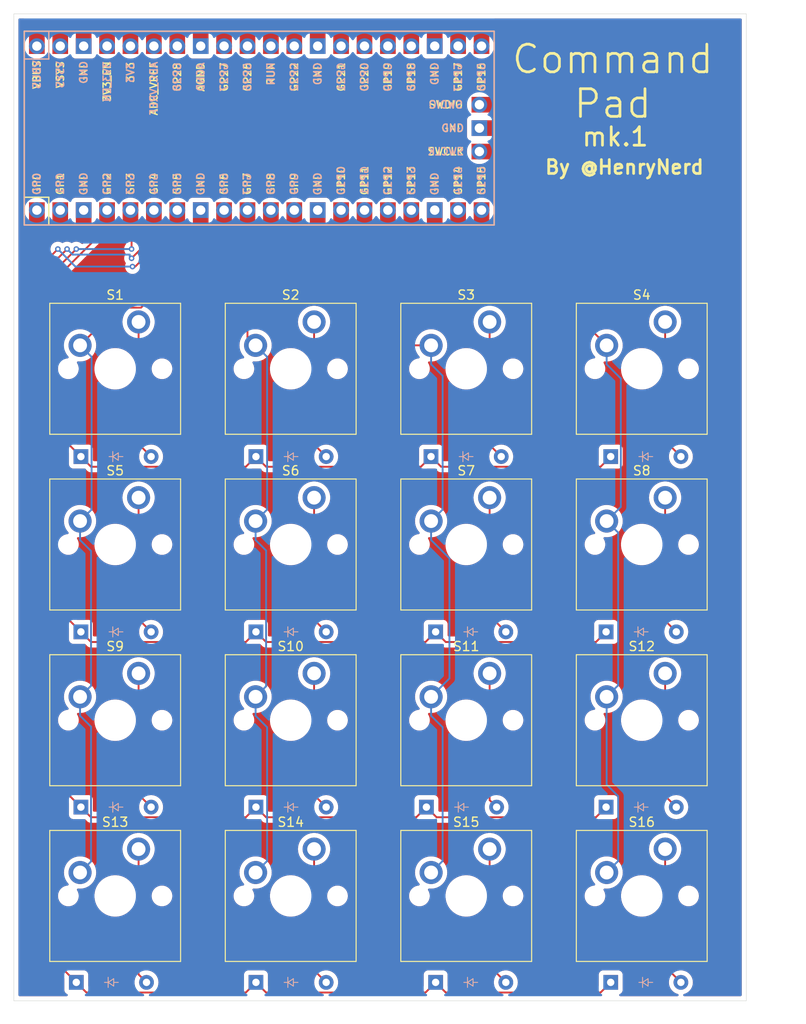
<source format=kicad_pcb>
(kicad_pcb (version 20240108) (generator "pcbnew") (generator_version "8.0")
  (layers (0 "F.Cu" signal) (31 "B.Cu" signal) (34 "B.Paste" user) (35 "F.Paste" user) (36 "B.SilkS" user "B.Silkscreen") (37 "F.SilkS" user "F.Silkscreen") (38 "B.Mask" user) (39 "F.Mask" user) (44 "Edge.Cuts" user))
  (net 0 "")
  (net 1 "Net-(D1-A)")
  (net 2 "Row 0")
  (net 3 "Net-(D2-A)")
  (net 4 "Net-(D3-A)")
  (net 5 "Net-(D4-A)")
  (net 6 "Net-(D5-A)")
  (net 7 "Row 1")
  (net 8 "Net-(D6-A)")
  (net 9 "Net-(D7-A)")
  (net 10 "Net-(D8-A)")
  (net 11 "Net-(D9-A)")
  (net 12 "Row 2")
  (net 13 "Net-(D10-A)")
  (net 14 "Net-(D11-A)")
  (net 15 "Net-(D12-A)")
  (net 16 "Net-(D13-A)")
  (net 17 "Row 3")
  (net 18 "Net-(D14-A)")
  (net 19 "Net-(D15-A)")
  (net 20 "Net-(D16-A)")
  (net 21 "Column 0")
  (net 22 "Column 1")
  (net 23 "Column 2")
  (net 24 "Column 3")
  (footprint "ScottoKeebs_MX:MX_PCB_1.00u" (layer "F.Cu") (at 89.6 79.53)
    (property "Reference" "S7" (at 0 -8 0) (layer "F.SilkS"))
    (property "Value" "Keyswitch")
    (pad "" np_thru_hole circle (at -5.08 0) (size 1.75 1.75) (drill 1.75) (layers "*.Cu" "*.Mask"))
    (pad "" np_thru_hole circle (at 0 0) (size 4 4) (drill 4) (layers "*.Cu" "*.Mask"))
    (pad "" np_thru_hole circle (at 5.08 0) (size 1.75 1.75) (drill 1.75) (layers "*.Cu" "*.Mask"))
    (pad "1" thru_hole circle (at -3.81 -2.54) (size 2.5 2.5) (drill 1.5) (layers "*.Cu" "*.Mask") (net 23 "Column 2"))
    (pad "2" thru_hole circle (at 2.54 -5.08) (size 2.5 2.5) (drill 1.5) (layers "*.Cu" "*.Mask") (net 9 "Net-(D7-A)"))
  )
  (footprint "ScottoKeebs_MX:MX_PCB_1.00u" (layer "F.Cu") (at 108.65 117.63)
    (property "Reference" "S16" (at 0 -8 0) (layer "F.SilkS"))
    (property "Value" "Keyswitch")
    (pad "" np_thru_hole circle (at -5.08 0) (size 1.75 1.75) (drill 1.75) (layers "*.Cu" "*.Mask"))
    (pad "" np_thru_hole circle (at 0 0) (size 4 4) (drill 4) (layers "*.Cu" "*.Mask"))
    (pad "" np_thru_hole circle (at 5.08 0) (size 1.75 1.75) (drill 1.75) (layers "*.Cu" "*.Mask"))
    (pad "1" thru_hole circle (at -3.81 -2.54) (size 2.5 2.5) (drill 1.5) (layers "*.Cu" "*.Mask") (net 24 "Column 3"))
    (pad "2" thru_hole circle (at 2.54 -5.08) (size 2.5 2.5) (drill 1.5) (layers "*.Cu" "*.Mask") (net 20 "Net-(D16-A)"))
  )
  (footprint "ScottoKeebs_MX:MX_PCB_1.00u" (layer "F.Cu") (at 70.55 117.63)
    (property "Reference" "S14" (at 0 -8 0) (layer "F.SilkS"))
    (property "Value" "Keyswitch")
    (pad "" np_thru_hole circle (at -5.08 0) (size 1.75 1.75) (drill 1.75) (layers "*.Cu" "*.Mask"))
    (pad "" np_thru_hole circle (at 0 0) (size 4 4) (drill 4) (layers "*.Cu" "*.Mask"))
    (pad "" np_thru_hole circle (at 5.08 0) (size 1.75 1.75) (drill 1.75) (layers "*.Cu" "*.Mask"))
    (pad "1" thru_hole circle (at -3.81 -2.54) (size 2.5 2.5) (drill 1.5) (layers "*.Cu" "*.Mask") (net 22 "Column 1"))
    (pad "2" thru_hole circle (at 2.54 -5.08) (size 2.5 2.5) (drill 1.5) (layers "*.Cu" "*.Mask") (net 18 "Net-(D14-A)"))
  )
  (footprint "ScottoKeebs_MX:MX_PCB_1.00u" (layer "F.Cu") (at 51.5 117.63)
    (property "Reference" "S13" (at 0 -8 0) (layer "F.SilkS"))
    (property "Value" "Keyswitch")
    (pad "" np_thru_hole circle (at -5.08 0) (size 1.75 1.75) (drill 1.75) (layers "*.Cu" "*.Mask"))
    (pad "" np_thru_hole circle (at 0 0) (size 4 4) (drill 4) (layers "*.Cu" "*.Mask"))
    (pad "" np_thru_hole circle (at 5.08 0) (size 1.75 1.75) (drill 1.75) (layers "*.Cu" "*.Mask"))
    (pad "1" thru_hole circle (at -3.81 -2.54) (size 2.5 2.5) (drill 1.5) (layers "*.Cu" "*.Mask") (net 21 "Column 0"))
    (pad "2" thru_hole circle (at 2.54 -5.08) (size 2.5 2.5) (drill 1.5) (layers "*.Cu" "*.Mask") (net 16 "Net-(D13-A)"))
  )
  (footprint "ScottoKeebs_MX:MX_PCB_1.00u" (layer "F.Cu") (at 51.5 60.48)
    (property "Reference" "S1" (at 0 -8 0) (layer "F.SilkS"))
    (property "Value" "Keyswitch")
    (pad "" np_thru_hole circle (at -5.08 0) (size 1.75 1.75) (drill 1.75) (layers "*.Cu" "*.Mask"))
    (pad "" np_thru_hole circle (at 0 0) (size 4 4) (drill 4) (layers "*.Cu" "*.Mask"))
    (pad "" np_thru_hole circle (at 5.08 0) (size 1.75 1.75) (drill 1.75) (layers "*.Cu" "*.Mask"))
    (pad "1" thru_hole circle (at -3.81 -2.54) (size 2.5 2.5) (drill 1.5) (layers "*.Cu" "*.Mask") (net 21 "Column 0"))
    (pad "2" thru_hole circle (at 2.54 -5.08) (size 2.5 2.5) (drill 1.5) (layers "*.Cu" "*.Mask") (net 1 "Net-(D1-A)"))
  )
  (footprint "ScottoKeebs_MX:MX_PCB_1.00u" (layer "F.Cu") (at 70.55 60.48)
    (property "Reference" "S2" (at 0 -8 0) (layer "F.SilkS"))
    (property "Value" "Keyswitch")
    (pad "" np_thru_hole circle (at -5.08 0) (size 1.75 1.75) (drill 1.75) (layers "*.Cu" "*.Mask"))
    (pad "" np_thru_hole circle (at 0 0) (size 4 4) (drill 4) (layers "*.Cu" "*.Mask"))
    (pad "" np_thru_hole circle (at 5.08 0) (size 1.75 1.75) (drill 1.75) (layers "*.Cu" "*.Mask"))
    (pad "1" thru_hole circle (at -3.81 -2.54) (size 2.5 2.5) (drill 1.5) (layers "*.Cu" "*.Mask") (net 22 "Column 1"))
    (pad "2" thru_hole circle (at 2.54 -5.08) (size 2.5 2.5) (drill 1.5) (layers "*.Cu" "*.Mask") (net 3 "Net-(D2-A)"))
  )
  (footprint "ScottoKeebs_MX:MX_PCB_1.00u" (layer "F.Cu") (at 89.6 117.63)
    (property "Reference" "S15" (at 0 -8 0) (layer "F.SilkS"))
    (property "Value" "Keyswitch")
    (pad "" np_thru_hole circle (at -5.08 0) (size 1.75 1.75) (drill 1.75) (layers "*.Cu" "*.Mask"))
    (pad "" np_thru_hole circle (at 0 0) (size 4 4) (drill 4) (layers "*.Cu" "*.Mask"))
    (pad "" np_thru_hole circle (at 5.08 0) (size 1.75 1.75) (drill 1.75) (layers "*.Cu" "*.Mask"))
    (pad "1" thru_hole circle (at -3.81 -2.54) (size 2.5 2.5) (drill 1.5) (layers "*.Cu" "*.Mask") (net 23 "Column 2"))
    (pad "2" thru_hole circle (at 2.54 -5.08) (size 2.5 2.5) (drill 1.5) (layers "*.Cu" "*.Mask") (net 19 "Net-(D15-A)"))
  )
  (footprint "ScottoKeebs_MX:MX_PCB_1.00u" (layer "F.Cu") (at 108.65 60.48)
    (property "Reference" "S4" (at 0 -8 0) (layer "F.SilkS"))
    (property "Value" "Keyswitch")
    (pad "" np_thru_hole circle (at -5.08 0) (size 1.75 1.75) (drill 1.75) (layers "*.Cu" "*.Mask"))
    (pad "" np_thru_hole circle (at 0 0) (size 4 4) (drill 4) (layers "*.Cu" "*.Mask"))
    (pad "" np_thru_hole circle (at 5.08 0) (size 1.75 1.75) (drill 1.75) (layers "*.Cu" "*.Mask"))
    (pad "1" thru_hole circle (at -3.81 -2.54) (size 2.5 2.5) (drill 1.5) (layers "*.Cu" "*.Mask") (net 24 "Column 3"))
    (pad "2" thru_hole circle (at 2.54 -5.08) (size 2.5 2.5) (drill 1.5) (layers "*.Cu" "*.Mask") (net 5 "Net-(D4-A)"))
  )
  (footprint "ScottoKeebs_MX:MX_PCB_1.00u" (layer "F.Cu") (at 51.5 98.58)
    (property "Reference" "S9" (at 0 -8 0) (layer "F.SilkS"))
    (property "Value" "Keyswitch")
    (pad "" np_thru_hole circle (at -5.08 0) (size 1.75 1.75) (drill 1.75) (layers "*.Cu" "*.Mask"))
    (pad "" np_thru_hole circle (at 0 0) (size 4 4) (drill 4) (layers "*.Cu" "*.Mask"))
    (pad "" np_thru_hole circle (at 5.08 0) (size 1.75 1.75) (drill 1.75) (layers "*.Cu" "*.Mask"))
    (pad "1" thru_hole circle (at -3.81 -2.54) (size 2.5 2.5) (drill 1.5) (layers "*.Cu" "*.Mask") (net 21 "Column 0"))
    (pad "2" thru_hole circle (at 2.54 -5.08) (size 2.5 2.5) (drill 1.5) (layers "*.Cu" "*.Mask") (net 11 "Net-(D9-A)"))
  )
  (footprint "ScottoKeebs_MX:MX_PCB_1.00u" (layer "F.Cu") (at 108.65 79.53)
    (property "Reference" "S8" (at 0 -8 0) (layer "F.SilkS"))
    (property "Value" "Keyswitch")
    (pad "" np_thru_hole circle (at -5.08 0) (size 1.75 1.75) (drill 1.75) (layers "*.Cu" "*.Mask"))
    (pad "" np_thru_hole circle (at 0 0) (size 4 4) (drill 4) (layers "*.Cu" "*.Mask"))
    (pad "" np_thru_hole circle (at 5.08 0) (size 1.75 1.75) (drill 1.75) (layers "*.Cu" "*.Mask"))
    (pad "1" thru_hole circle (at -3.81 -2.54) (size 2.5 2.5) (drill 1.5) (layers "*.Cu" "*.Mask") (net 24 "Column 3"))
    (pad "2" thru_hole circle (at 2.54 -5.08) (size 2.5 2.5) (drill 1.5) (layers "*.Cu" "*.Mask") (net 10 "Net-(D8-A)"))
  )
  (footprint "ScottoKeebs_MCU:Raspberry_Pi_Pico" (layer "F.Cu") (at 67.13 34.39 90)
    (property "Reference" "U1" (hide yes))
    (property "Value" "Raspberry_Pi_Pico" (hide yes))
    (fp_text user "3V3_EN" (at 5.04 -16.51 90) (layer "B.SilkS") (effects (font (size 0.8 0.8)) (justify mirror)))
    (fp_text user "GP19" (at 5.54 13.97 90) (layer "B.SilkS") (effects (font (size 0.8 0.8)) (justify mirror)))
    (fp_text user "GND" (at -6.04 -6.35 90) (layer "B.SilkS") (effects (font (size 0.8 0.8)) (justify mirror)))
    (fp_text user "VBUS" (at 5.79 -24.13 90) (layer "B.SilkS") (effects (font (size 0.8 0.8)) (justify mirror)))
    (fp_text user "GND" (at -6.04 -19.05 90) (layer "B.SilkS") (effects (font (size 0.8 0.8)) (justify mirror)))
    (fp_text user "GND" (at -6.04 6.35 90) (layer "B.SilkS") (effects (font (size 0.8 0.8)) (justify mirror)))
    (fp_text user "GP27" (at 5.54 -3.8 90) (layer "B.SilkS") (effects (font (size 0.8 0.8)) (justify mirror)))
    (fp_text user "SWCLK" (at -2.54 20.25 360) (layer "B.SilkS") (effects (font (size 0.8 0.8)) (justify mirror)))
    (fp_text user "GP3" (at -6.04 -13.97 90) (layer "B.SilkS") (effects (font (size 0.8 0.8)) (justify mirror)))
    (fp_text user "GP15" (at -5.69 24.13 90) (layer "B.SilkS") (effects (font (size 0.8 0.8)) (justify mirror)))
    (fp_text user "GND" (at 5.89 19.05 90) (layer "B.SilkS") (effects (font (size 0.8 0.8)) (justify mirror)))
    (fp_text user "AGND" (at 5.54 -6.35 90) (layer "B.SilkS") (effects (font (size 0.8 0.8)) (justify mirror)))
    (fp_text user "GP16" (at 5.54 24.13 90) (layer "B.SilkS") (effects (font (size 0.8 0.8)) (justify mirror)))
    (fp_text user "SWDIO" (at 2.54 20.25 360) (layer "B.SilkS") (effects (font (size 0.8 0.8)) (justify mirror)))
    (fp_text user "GP22" (at 5.54 3.81 90) (layer "B.SilkS") (effects (font (size 0.8 0.8)) (justify mirror)))
    (fp_text user "GP12" (at -5.69 13.97 90) (layer "B.SilkS") (effects (font (size 0.8 0.8)) (justify mirror)))
    (fp_text user "GND" (at 6.04 -19.05 90) (layer "B.SilkS") (effects (font (size 0.8 0.8)) (justify mirror)))
    (fp_text user "RUN" (at 5.89 1.27 90) (layer "B.SilkS") (effects (font (size 0.8 0.8)) (justify mirror)))
    (fp_text user "GP13" (at -5.69 16.51 90) (layer "B.SilkS") (effects (font (size 0.8 0.8)) (justify mirror)))
    (fp_text user "GP11" (at -5.69 11.43 90) (layer "B.SilkS") (effects (font (size 0.8 0.8)) (justify mirror)))
    (fp_text user "GP28" (at 5.54 -8.89 90) (layer "B.SilkS") (effects (font (size 0.8 0.8)) (justify mirror)))
    (fp_text user "GND" (at 5.89 6.35 90) (layer "B.SilkS") (effects (font (size 0.8 0.8)) (justify mirror)))
    (fp_text user "GP8" (at -6.04 1.27 90) (layer "B.SilkS") (effects (font (size 0.8 0.8)) (justify mirror)))
    (fp_text user "VSYS" (at 5.79 -21.59 90) (layer "B.SilkS") (effects (font (size 0.8 0.8)) (justify mirror)))
    (fp_text user "GND" (at -6.04 19.05 90) (layer "B.SilkS") (effects (font (size 0.8 0.8)) (justify mirror)))
    (fp_text user "GP21" (at 5.54 8.9 90) (layer "B.SilkS") (effects (font (size 0.8 0.8)) (justify mirror)))
    (fp_text user "GP0" (at -6.04 -24.13 90) (layer "B.SilkS") (effects (font (size 0.8 0.8)) (justify mirror)))
    (fp_text user "GP20" (at 5.54 11.43 90) (layer "B.SilkS") (effects (font (size 0.8 0.8)) (justify mirror)))
    (fp_text user "GP17" (at 5.54 21.59 90) (layer "B.SilkS") (effects (font (size 0.8 0.8)) (justify mirror)))
    (fp_text user "GP10" (at -5.69 8.89 90) (layer "B.SilkS") (effects (font (size 0.8 0.8)) (justify mirror)))
    (fp_text user "GP1" (at -6.04 -21.6 90) (layer "B.SilkS") (effects (font (size 0.8 0.8)) (justify mirror)))
    (fp_text user "GP9" (at -6.04 3.81 90) (layer "B.SilkS") (effects (font (size 0.8 0.8)) (justify mirror)))
    (fp_text user "GP5" (at -6.04 -8.89 90) (layer "B.SilkS") (effects (font (size 0.8 0.8)) (justify mirror)))
    (fp_text user "GP26" (at 5.54 -1.27 90) (layer "B.SilkS") (effects (font (size 0.8 0.8)) (justify mirror)))
    (fp_text user "GP6" (at -6.04 -3.81 90) (layer "B.SilkS") (effects (font (size 0.8 0.8)) (justify mirror)))
    (fp_text user "GND" (at 0 21 360) (layer "B.SilkS") (effects (font (size 0.8 0.8)) (justify mirror)))
    (fp_text user "3V3" (at 6.04 -13.97 90) (layer "B.SilkS") (effects (font (size 0.8 0.8)) (justify mirror)))
    (fp_text user "ADC_VREF" (at 4.29 -11.43 90) (layer "B.SilkS") (effects (font (size 0.8 0.8)) (justify mirror)))
    (fp_text user "GP14" (at -5.69 21.59 90) (layer "B.SilkS") (effects (font (size 0.8 0.8)) (justify mirror)))
    (fp_text user "GP18" (at 5.54 16.51 90) (layer "B.SilkS") (effects (font (size 0.8 0.8)) (justify mirror)))
    (fp_text user "GP7" (at -6.04 -1.3 90) (layer "B.SilkS") (effects (font (size 0.8 0.8)) (justify mirror)))
    (fp_text user "GP2" (at -6.04 -16.51 90) (layer "B.SilkS") (effects (font (size 0.8 0.8)) (justify mirror)))
    (fp_text user "GP4" (at -6.04 -11.43 90) (layer "B.SilkS") (effects (font (size 0.8 0.8)) (justify mirror)))
    (fp_text user "GP11" (at -5.69 11.43 90) (layer "F.SilkS") (effects (font (size 0.8 0.8))))
    (fp_text user "GP4" (at -6.04 -11.43 90) (layer "F.SilkS") (effects (font (size 0.8 0.8))))
    (fp_text user "GND" (at 6.04 -19.05 90) (layer "F.SilkS") (effects (font (size 0.8 0.8))))
    (fp_text user "GP20" (at 5.54 11.43 90) (layer "F.SilkS") (effects (font (size 0.8 0.8))))
    (fp_text user "GP2" (at -6.04 -16.51 90) (layer "F.SilkS") (effects (font (size 0.8 0.8))))
    (fp_text user "GP18" (at 5.54 16.51 90) (layer "F.SilkS") (effects (font (size 0.8 0.8))))
    (fp_text user "GP8" (at -6.04 1.27 90) (layer "F.SilkS") (effects (font (size 0.8 0.8))))
    (fp_text user "GP7" (at -6.04 -1.3 90) (layer "F.SilkS") (effects (font (size 0.8 0.8))))
    (fp_text user "GND" (at 5.89 19.05 90) (layer "F.SilkS") (effects (font (size 0.8 0.8))))
    (fp_text user "GND" (at 5.89 6.35 90) (layer "F.SilkS") (effects (font (size 0.8 0.8))))
    (fp_text user "GP28" (at 5.54 -8.89 90) (layer "F.SilkS") (effects (font (size 0.8 0.8))))
    (fp_text user "GND" (at -6.04 6.35 90) (layer "F.SilkS") (effects (font (size 0.8 0.8))))
    (fp_text user "GP0" (at -6.04 -24.13 90) (layer "F.SilkS") (effects (font (size 0.8 0.8))))
    (fp_text user "GP12" (at -5.69 13.97 90) (layer "F.SilkS") (effects (font (size 0.8 0.8))))
    (fp_text user "GP5" (at -6.04 -8.89 90) (layer "F.SilkS") (effects (font (size 0.8 0.8))))
    (fp_text user "GP17" (at 5.54 21.59 90) (layer "F.SilkS") (effects (font (size 0.8 0.8))))
    (fp_text user "GND" (at -6.04 19.05 90) (layer "F.SilkS") (effects (font (size 0.8 0.8))))
    (fp_text user "GP13" (at -5.69 16.51 90) (layer "F.SilkS") (effects (font (size 0.8 0.8))))
    (fp_text user "RUN" (at 5.89 1.27 90) (layer "F.SilkS") (effects (font (size 0.8 0.8))))
    (fp_text user "GP21" (at 5.54 8.9 90) (layer "F.SilkS") (effects (font (size 0.8 0.8))))
    (fp_text user "GP1" (at -6.04 -21.6 90) (layer "F.SilkS") (effects (font (size 0.8 0.8))))
    (fp_text user "GP9" (at -6.04 3.81 90) (layer "F.SilkS") (effects (font (size 0.8 0.8))))
    (fp_text user "AGND" (at 5.54 -6.35 90) (layer "F.SilkS") (effects (font (size 0.8 0.8))))
    (fp_text user "GND" (at -6.04 -19.05 90) (layer "F.SilkS") (effects (font (size 0.8 0.8))))
    (fp_text user "GP14" (at -5.69 21.59 90) (layer "F.SilkS") (effects (font (size 0.8 0.8))))
    (fp_text user "GP22" (at 5.54 3.81 90) (layer "F.SilkS") (effects (font (size 0.8 0.8))))
    (fp_text user "SWCLK" (at -2.54 20.25 360) (layer "F.SilkS") (effects (font (size 0.8 0.8))))
    (fp_text user "GP27" (at 5.54 -3.8 90) (layer "F.SilkS") (effects (font (size 0.8 0.8))))
    (fp_text user "GP26" (at 5.54 -1.27 90) (layer "F.SilkS") (effects (font (size 0.8 0.8))))
    (fp_text user "SWDIO" (at 2.54 20.25 360) (layer "F.SilkS") (effects (font (size 0.8 0.8))))
    (fp_text user "GND" (at 0 21 360) (layer "F.SilkS") (effects (font (size 0.8 0.8))))
    (fp_text user "ADC_VREF" (at 4.29 -11.43 90) (layer "F.SilkS") (effects (font (size 0.8 0.8))))
    (fp_text user "VBUS" (at 5.79 -24.13 90) (layer "F.SilkS") (effects (font (size 0.8 0.8))))
    (fp_text user "3V3" (at 6.04 -13.97 90) (layer "F.SilkS") (effects (font (size 0.8 0.8))))
    (fp_text user "GP10" (at -5.69 8.89 90) (layer "F.SilkS") (effects (font (size 0.8 0.8))))
    (fp_text user "GP3" (at -6.04 -13.97 90) (layer "F.SilkS") (effects (font (size 0.8 0.8))))
    (fp_text user "GP19" (at 5.54 13.97 90) (layer "F.SilkS") (effects (font (size 0.8 0.8))))
    (fp_text user "GP6" (at -6.04 -3.81 90) (layer "F.SilkS") (effects (font (size 0.8 0.8))))
    (fp_text user "GP16" (at 5.54 24.13 90) (layer "F.SilkS") (effects (font (size 0.8 0.8))))
    (fp_text user "GND" (at -6.04 -6.35 90) (layer "F.SilkS") (effects (font (size 0.8 0.8))))
    (fp_text user "3V3_EN" (at 5.04 -16.51 90) (layer "F.SilkS") (effects (font (size 0.8 0.8))))
    (fp_text user "VSYS" (at 5.79 -21.59 90) (layer "F.SilkS") (effects (font (size 0.8 0.8))))
    (fp_text user "GP15" (at -5.69 24.13 90) (layer "F.SilkS") (effects (font (size 0.8 0.8))))
    (pad "1" thru_hole oval (at -8.89 -24.13 90) (size 1.7 1.7) (drill 1.02) (layers "*.Cu" "*.Mask"))
    (pad "1" smd rect (at -8.89 -24.13 90) (size 3.5 1.7) (drill (offset -0.9 0)) (layers "F.Cu" "F.Mask"))
    (pad "2" thru_hole oval (at -8.89 -21.59 90) (size 1.7 1.7) (drill 1.02) (layers "*.Cu" "*.Mask"))
    (pad "2" smd rect (at -8.89 -21.59 90) (size 3.5 1.7) (drill (offset -0.9 0)) (layers "F.Cu" "F.Mask"))
    (pad "3" thru_hole rect (at -8.89 -19.05 90) (size 1.7 1.7) (drill 1.02) (layers "*.Cu" "*.Mask"))
    (pad "3" smd rect (at -8.89 -19.05 90) (size 3.5 1.7) (drill (offset -0.9 0)) (layers "F.Cu" "F.Mask"))
    (pad "4" thru_hole oval (at -8.89 -16.51 90) (size 1.7 1.7) (drill 1.02) (layers "*.Cu" "*.Mask") (net 2 "Row 0"))
    (pad "4" smd rect (at -8.89 -16.51 90) (size 3.5 1.7) (drill (offset -0.9 0)) (layers "F.Cu" "F.Mask") (net 2 "Row 0"))
    (pad "5" thru_hole oval (at -8.89 -13.97 90) (size 1.7 1.7) (drill 1.02) (layers "*.Cu" "*.Mask") (net 7 "Row 1"))
    (pad "5" smd rect (at -8.89 -13.97 90) (size 3.5 1.7) (drill (offset -0.9 0)) (layers "F.Cu" "F.Mask") (net 7 "Row 1"))
    (pad "6" thru_hole oval (at -8.89 -11.43 90) (size 1.7 1.7) (drill 1.02) (layers "*.Cu" "*.Mask") (net 12 "Row 2"))
    (pad "6" smd rect (at -8.89 -11.43 90) (size 3.5 1.7) (drill (offset -0.9 0)) (layers "F.Cu" "F.Mask") (net 12 "Row 2"))
    (pad "7" thru_hole oval (at -8.89 -8.89 90) (size 1.7 1.7) (drill 1.02) (layers "*.Cu" "*.Mask") (net 17 "Row 3"))
    (pad "7" smd rect (at -8.89 -8.89 90) (size 3.5 1.7) (drill (offset -0.9 0)) (layers "F.Cu" "F.Mask") (net 17 "Row 3"))
    (pad "8" thru_hole rect (at -8.89 -6.35 90) (size 1.7 1.7) (drill 1.02) (layers "*.Cu" "*.Mask"))
    (pad "8" smd rect (at -8.89 -6.35 90) (size 3.5 1.7) (drill (offset -0.9 0)) (layers "F.Cu" "F.Mask"))
    (pad "9" thru_hole oval (at -8.89 -3.81 90) (size 1.7 1.7) (drill 1.02) (layers "*.Cu" "*.Mask") (net 21 "Column 0"))
    (pad "9" smd rect (at -8.89 -3.81 90) (size 3.5 1.7) (drill (offset -0.9 0)) (layers "F.Cu" "F.Mask") (net 21 "Column 0"))
    (pad "10" thru_hole oval (at -8.89 -1.27 90) (size 1.7 1.7) (drill 1.02) (layers "*.Cu" "*.Mask") (net 22 "Column 1"))
    (pad "10" smd rect (at -8.89 -1.27 90) (size 3.5 1.7) (drill (offset -0.9 0)) (layers "F.Cu" "F.Mask") (net 22 "Column 1"))
    (pad "11" thru_hole oval (at -8.89 1.27 90) (size 1.7 1.7) (drill 1.02) (layers "*.Cu" "*.Mask") (net 23 "Column 2"))
    (pad "11" smd rect (at -8.89 1.27 90) (size 3.5 1.7) (drill (offset -0.9 0)) (layers "F.Cu" "F.Mask") (net 23 "Column 2"))
    (pad "12" thru_hole oval (at -8.89 3.81 90) (size 1.7 1.7) (drill 1.02) (layers "*.Cu" "*.Mask") (net 24 "Column 3"))
    (pad "12" smd rect (at -8.89 3.81 90) (size 3.5 1.7) (drill (offset -0.9 0)) (layers "F.Cu" "F.Mask") (net 24 "Column 3"))
    (pad "13" thru_hole rect (at -8.89 6.35 90) (size 1.7 1.7) (drill 1.02) (layers "*.Cu" "*.Mask"))
    (pad "13" smd rect (at -8.89 6.35 90) (size 3.5 1.7) (drill (offset -0.9 0)) (layers "F.Cu" "F.Mask"))
    (pad "14" thru_hole oval (at -8.89 8.89 90) (size 1.7 1.7) (drill 1.02) (layers "*.Cu" "*.Mask"))
    (pad "14" smd rect (at -8.89 8.89 90) (size 3.5 1.7) (drill (offset -0.9 0)) (layers "F.Cu" "F.Mask"))
    (pad "15" thru_hole oval (at -8.89 11.43 90) (size 1.7 1.7) (drill 1.02) (layers "*.Cu" "*.Mask"))
    (pad "15" smd rect (at -8.89 11.43 90) (size 3.5 1.7) (drill (offset -0.9 0)) (layers "F.Cu" "F.Mask"))
    (pad "16" thru_hole oval (at -8.89 13.97 90) (size 1.7 1.7) (drill 1.02) (layers "*.Cu" "*.Mask"))
    (pad "16" smd rect (at -8.89 13.97 90) (size 3.5 1.7) (drill (offset -0.9 0)) (layers "F.Cu" "F.Mask"))
    (pad "17" thru_hole oval (at -8.89 16.51 90) (size 1.7 1.7) (drill 1.02) (layers "*.Cu" "*.Mask"))
    (pad "17" smd rect (at -8.89 16.51 90) (size 3.5 1.7) (drill (offset -0.9 0)) (layers "F.Cu" "F.Mask"))
    (pad "18" thru_hole rect (at -8.89 19.05 90) (size 1.7 1.7) (drill 1.02) (layers "*.Cu" "*.Mask"))
    (pad "18" smd rect (at -8.89 19.05 90) (size 3.5 1.7) (drill (offset -0.9 0)) (layers "F.Cu" "F.Mask"))
    (pad "19" thru_hole oval (at -8.89 21.59 90) (size 1.7 1.7) (drill 1.02) (layers "*.Cu" "*.Mask"))
    (pad "19" smd rect (at -8.89 21.59 90) (size 3.5 1.7) (drill (offset -0.9 0)) (layers "F.Cu" "F.Mask"))
    (pad "20" thru_hole oval (at -8.89 24.13 90) (size 1.7 1.7) (drill 1.02) (layers "*.Cu" "*.Mask"))
    (pad "20" smd rect (at -8.89 24.13 90) (size 3.5 1.7) (drill (offset -0.9 0)) (layers "F.Cu" "F.Mask"))
    (pad "21" thru_hole oval (at 8.89 24.13 90) (size 1.7 1.7) (drill 1.02) (layers "*.Cu" "*.Mask"))
    (pad "21" smd rect (at 8.89 24.13 90) (size 3.5 1.7) (drill (offset 0.9 0)) (layers "F.Cu" "F.Mask"))
    (pad "22" thru_hole oval (at 8.89 21.59 90) (size 1.7 1.7) (drill 1.02) (layers "*.Cu" "*.Mask"))
    (pad "22" smd rect (at 8.89 21.59 90) (size 3.5 1.7) (drill (offset 0.9 0)) (layers "F.Cu" "F.Mask"))
    (pad "23" thru_hole rect (at 8.89 19.05 90) (size 1.7 1.7) (drill 1.02) (layers "*.Cu" "*.Mask"))
    (pad "23" smd rect (at 8.89 19.05 90) (size 3.5 1.7) (drill (offset 0.9 0)) (layers "F.Cu" "F.Mask"))
    (pad "24" thru_hole oval (at 8.89 16.51 90) (size 1.7 1.7) (drill 1.02) (layers "*.Cu" "*.Mask"))
    (pad "24" smd rect (at 8.89 16.51 90) (size 3.5 1.7) (drill (offset 0.9 0)) (layers "F.Cu" "F.Mask"))
    (pad "25" thru_hole oval (at 8.89 13.97 90) (size 1.7 1.7) (drill 1.02) (layers "*.Cu" "*.Mask"))
    (pad "25" smd rect (at 8.89 13.97 90) (size 3.5 1.7) (drill (offset 0.9 0)) (layers "F.Cu" "F.Mask"))
    (pad "26" thru_hole oval (at 8.89 11.43 90) (size 1.7 1.7) (drill 1.02) (layers "*.Cu" "*.Mask"))
    (pad "26" smd rect (at 8.89 11.43 90) (size 3.5 1.7) (drill (offset 0.9 0)) (layers "F.Cu" "F.Mask"))
    (pad "27" thru_hole oval (at 8.89 8.89 90) (size 1.7 1.7) (drill 1.02) (layers "*.Cu" "*.Mask"))
    (pad "27" smd rect (at 8.89 8.89 90) (size 3.5 1.7) (drill (offset 0.9 0)) (layers "F.Cu" "F.Mask"))
    (pad "28" thru_hole rect (at 8.89 6.35 90) (size 1.7 1.7) (drill 1.02) (layers "*.Cu" "*.Mask"))
    (pad "28" smd rect (at 8.89 6.35 90) (size 3.5 1.7) (drill (offset 0.9 0)) (layers "F.Cu" "F.Mask"))
    (pad "29" thru_hole oval (at 8.89 3.81 90) (size 1.7 1.7) (drill 1.02) (layers "*.Cu" "*.Mask"))
    (pad "29" smd rect (at 8.89 3.81 90) (size 3.5 1.7) (drill (offset 0.9 0)) (layers "F.Cu" "F.Mask"))
    (pad "30" thru_hole oval (at 8.89 1.27 90) (size 1.7 1.7) (drill 1.02) (layers "*.Cu" "*.Mask"))
    (pad "30" smd rect (at 8.89 1.27 90) (size 3.5 1.7) (drill (offset 0.9 0)) (layers "F.Cu" "F.Mask"))
    (pad "31" thru_hole oval (at 8.89 -1.27 90) (size 1.7 1.7) (drill 1.02) (layers "*.Cu" "*.Mask"))
    (pad "31" smd rect (at 8.89 -1.27 90) (size 3.5 1.7) (drill (offset 0.9 0)) (layers "F.Cu" "F.Mask"))
    (pad "32" thru_hole oval (at 8.89 -3.81 90) (size 1.7 1.7) (drill 1.02) (layers "*.Cu" "*.Mask"))
    (pad "32" smd rect (at 8.89 -3.81 90) (size 3.5 1.7) (drill (offset 0.9 0)) (layers "F.Cu" "F.Mask"))
    (pad "33" thru_hole rect (at 8.89 -6.35 90) (size 1.7 1.7) (drill 1.02) (layers "*.Cu" "*.Mask"))
    (pad "33" smd rect (at 8.89 -6.35 90) (size 3.5 1.7) (drill (offset 0.9 0)) (layers "F.Cu" "F.Mask"))
    (pad "34" thru_hole oval (at 8.89 -8.89 90) (size 1.7 1.7) (drill 1.02) (layers "*.Cu" "*.Mask"))
    (pad "34" smd rect (at 8.89 -8.89 90) (size 3.5 1.7) (drill (offset 0.9 0)) (layers "F.Cu" "F.Mask"))
    (pad "35" thru_hole oval (at 8.89 -11.43 90) (size 1.7 1.7) (drill 1.02) (layers "*.Cu" "*.Mask"))
    (pad "35" smd rect (at 8.89 -11.43 90) (size 3.5 1.7) (drill (offset 0.9 0)) (layers "F.Cu" "F.Mask"))
    (pad "36" thru_hole oval (at 8.89 -13.97 90) (size 1.7 1.7) (drill 1.02) (layers "*.Cu" "*.Mask"))
    (pad "36" smd rect (at 8.89 -13.97 90) (size 3.5 1.7) (drill (offset 0.9 0)) (layers "F.Cu" "F.Mask"))
    (pad "37" thru_hole oval (at 8.89 -16.51 90) (size 1.7 1.7) (drill 1.02) (layers "*.Cu" "*.Mask"))
    (pad "37" smd rect (at 8.89 -16.51 90) (size 3.5 1.7) (drill (offset 0.9 0)) (layers "F.Cu" "F.Mask"))
    (pad "38" thru_hole rect (at 8.89 -19.05 90) (size 1.7 1.7) (drill 1.02) (layers "*.Cu" "*.Mask"))
    (pad "38" smd rect (at 8.89 -19.05 90) (size 3.5 1.7) (drill (offset 0.9 0)) (layers "F.Cu" "F.Mask"))
    (pad "39" thru_hole oval (at 8.89 -21.59 90) (size 1.7 1.7) (drill 1.02) (layers "*.Cu" "*.Mask"))
    (pad "39" smd rect (at 8.89 -21.59 90) (size 3.5 1.7) (drill (offset 0.9 0)) (layers "F.Cu" "F.Mask"))
    (pad "40" thru_hole oval (at 8.89 -24.13 90) (size 1.7 1.7) (drill 1.02) (layers "*.Cu" "*.Mask"))
    (pad "40" smd rect (at 8.89 -24.13 90) (size 3.5 1.7) (drill (offset 0.9 0)) (layers "F.Cu" "F.Mask"))
    (pad "41" thru_hole oval (at -2.54 23.9 90) (size 1.7 1.7) (drill 1.02) (layers "*.Cu" "*.Mask"))
    (pad "41" smd rect (at -2.54 23.9 180) (size 3.5 1.7) (drill (offset -0.9 0)) (layers "F.Cu" "F.Mask"))
    (pad "42" thru_hole rect (at 0 23.9 90) (size 1.7 1.7) (drill 1.02) (layers "*.Cu" "*.Mask"))
    (pad "42" smd rect (at 0 23.9 180) (size 3.5 1.7) (drill (offset -0.9 0)) (layers "F.Cu" "F.Mask"))
    (pad "43" thru_hole oval (at 2.54 23.9 90) (size 1.7 1.7) (drill 1.02) (layers "*.Cu" "*.Mask"))
    (pad "43" smd rect (at 2.54 23.9 180) (size 3.5 1.7) (drill (offset -0.9 0)) (layers "F.Cu" "F.Mask"))
  )
  (footprint "ScottoKeebs_MX:MX_PCB_1.00u" (layer "F.Cu") (at 89.6 60.48)
    (property "Reference" "S3" (at 0 -8 0) (layer "F.SilkS"))
    (property "Value" "Keyswitch")
    (pad "" np_thru_hole circle (at -5.08 0) (size 1.75 1.75) (drill 1.75) (layers "*.Cu" "*.Mask"))
    (pad "" np_thru_hole circle (at 0 0) (size 4 4) (drill 4) (layers "*.Cu" "*.Mask"))
    (pad "" np_thru_hole circle (at 5.08 0) (size 1.75 1.75) (drill 1.75) (layers "*.Cu" "*.Mask"))
    (pad "1" thru_hole circle (at -3.81 -2.54) (size 2.5 2.5) (drill 1.5) (layers "*.Cu" "*.Mask") (net 23 "Column 2"))
    (pad "2" thru_hole circle (at 2.54 -5.08) (size 2.5 2.5) (drill 1.5) (layers "*.Cu" "*.Mask") (net 4 "Net-(D3-A)"))
  )
  (footprint "ScottoKeebs_MX:MX_PCB_1.00u" (layer "F.Cu") (at 51.5 79.53)
    (property "Reference" "S5" (at 0 -8 0) (layer "F.SilkS"))
    (property "Value" "Keyswitch")
    (pad "" np_thru_hole circle (at -5.08 0) (size 1.75 1.75) (drill 1.75) (layers "*.Cu" "*.Mask"))
    (pad "" np_thru_hole circle (at 0 0) (size 4 4) (drill 4) (layers "*.Cu" "*.Mask"))
    (pad "" np_thru_hole circle (at 5.08 0) (size 1.75 1.75) (drill 1.75) (layers "*.Cu" "*.Mask"))
    (pad "1" thru_hole circle (at -3.81 -2.54) (size 2.5 2.5) (drill 1.5) (layers "*.Cu" "*.Mask") (net 21 "Column 0"))
    (pad "2" thru_hole circle (at 2.54 -5.08) (size 2.5 2.5) (drill 1.5) (layers "*.Cu" "*.Mask") (net 6 "Net-(D5-A)"))
  )
  (footprint "ScottoKeebs_MX:MX_PCB_1.00u" (layer "F.Cu") (at 89.6 98.58)
    (property "Reference" "S11" (at 0 -8 0) (layer "F.SilkS"))
    (property "Value" "Keyswitch")
    (pad "" np_thru_hole circle (at -5.08 0) (size 1.75 1.75) (drill 1.75) (layers "*.Cu" "*.Mask"))
    (pad "" np_thru_hole circle (at 0 0) (size 4 4) (drill 4) (layers "*.Cu" "*.Mask"))
    (pad "" np_thru_hole circle (at 5.08 0) (size 1.75 1.75) (drill 1.75) (layers "*.Cu" "*.Mask"))
    (pad "1" thru_hole circle (at -3.81 -2.54) (size 2.5 2.5) (drill 1.5) (layers "*.Cu" "*.Mask") (net 23 "Column 2"))
    (pad "2" thru_hole circle (at 2.54 -5.08) (size 2.5 2.5) (drill 1.5) (layers "*.Cu" "*.Mask") (net 14 "Net-(D11-A)"))
  )
  (footprint "ScottoKeebs_MX:MX_PCB_1.00u" (layer "F.Cu") (at 70.55 79.53)
    (property "Reference" "S6" (at 0 -8 0) (layer "F.SilkS"))
    (property "Value" "Keyswitch")
    (pad "" np_thru_hole circle (at -5.08 0) (size 1.75 1.75) (drill 1.75) (layers "*.Cu" "*.Mask"))
    (pad "" np_thru_hole circle (at 0 0) (size 4 4) (drill 4) (layers "*.Cu" "*.Mask"))
    (pad "" np_thru_hole circle (at 5.08 0) (size 1.75 1.75) (drill 1.75) (layers "*.Cu" "*.Mask"))
    (pad "1" thru_hole circle (at -3.81 -2.54) (size 2.5 2.5) (drill 1.5) (layers "*.Cu" "*.Mask") (net 22 "Column 1"))
    (pad "2" thru_hole circle (at 2.54 -5.08) (size 2.5 2.5) (drill 1.5) (layers "*.Cu" "*.Mask") (net 8 "Net-(D6-A)"))
  )
  (footprint "ScottoKeebs_MX:MX_PCB_1.00u" (layer "F.Cu") (at 70.55 98.58)
    (property "Reference" "S10" (at 0 -8 0) (layer "F.SilkS"))
    (property "Value" "Keyswitch")
    (pad "" np_thru_hole circle (at -5.08 0) (size 1.75 1.75) (drill 1.75) (layers "*.Cu" "*.Mask"))
    (pad "" np_thru_hole circle (at 0 0) (size 4 4) (drill 4) (layers "*.Cu" "*.Mask"))
    (pad "" np_thru_hole circle (at 5.08 0) (size 1.75 1.75) (drill 1.75) (layers "*.Cu" "*.Mask"))
    (pad "1" thru_hole circle (at -3.81 -2.54) (size 2.5 2.5) (drill 1.5) (layers "*.Cu" "*.Mask") (net 22 "Column 1"))
    (pad "2" thru_hole circle (at 2.54 -5.08) (size 2.5 2.5) (drill 1.5) (layers "*.Cu" "*.Mask") (net 13 "Net-(D10-A)"))
  )
  (footprint "ScottoKeebs_MX:MX_PCB_1.00u" (layer "F.Cu") (at 108.65 98.58)
    (property "Reference" "S12" (at 0 -8 0) (layer "F.SilkS"))
    (property "Value" "Keyswitch")
    (pad "" np_thru_hole circle (at -5.08 0) (size 1.75 1.75) (drill 1.75) (layers "*.Cu" "*.Mask"))
    (pad "" np_thru_hole circle (at 0 0) (size 4 4) (drill 4) (layers "*.Cu" "*.Mask"))
    (pad "" np_thru_hole circle (at 5.08 0) (size 1.75 1.75) (drill 1.75) (layers "*.Cu" "*.Mask"))
    (pad "1" thru_hole circle (at -3.81 -2.54) (size 2.5 2.5) (drill 1.5) (layers "*.Cu" "*.Mask") (net 24 "Column 3"))
    (pad "2" thru_hole circle (at 2.54 -5.08) (size 2.5 2.5) (drill 1.5) (layers "*.Cu" "*.Mask") (net 15 "Net-(D12-A)"))
  )
  (footprint "ScottoKeebs_Components:Diode_DO-35" (layer "B.Cu") (at 47.78 70)
    (property "Reference" "D1" (hide yes))
    (property "Value" "Diode" (hide yes))
    (pad "1" thru_hole rect (at 0 0) (size 1.6 1.6) (drill 0.8) (layers "*.Cu" "*.Mask") (net 2 "Row 0"))
    (pad "2" thru_hole oval (at 7.62 0) (size 1.6 1.6) (drill 0.8) (layers "*.Cu" "*.Mask") (net 1 "Net-(D1-A)"))
  )
  (footprint "ScottoKeebs_Components:Diode_DO-35" (layer "B.Cu") (at 66.78 70)
    (property "Reference" "D2" (hide yes))
    (property "Value" "Diode" (hide yes))
    (pad "1" thru_hole rect (at 0 0) (size 1.6 1.6) (drill 0.8) (layers "*.Cu" "*.Mask") (net 2 "Row 0"))
    (pad "2" thru_hole oval (at 7.62 0) (size 1.6 1.6) (drill 0.8) (layers "*.Cu" "*.Mask") (net 3 "Net-(D2-A)"))
  )
  (footprint "ScottoKeebs_Components:Diode_DO-35" (layer "B.Cu") (at 85.28 108)
    (property "Reference" "D11" (hide yes))
    (property "Value" "Diode" (hide yes))
    (pad "1" thru_hole rect (at 0 0) (size 1.6 1.6) (drill 0.8) (layers "*.Cu" "*.Mask") (net 12 "Row 2"))
    (pad "2" thru_hole oval (at 7.62 0) (size 1.6 1.6) (drill 0.8) (layers "*.Cu" "*.Mask") (net 14 "Net-(D11-A)"))
  )
  (footprint "ScottoKeebs_Components:Diode_DO-35" (layer "B.Cu") (at 85.78 70)
    (property "Reference" "D3" (hide yes))
    (property "Value" "Diode" (hide yes))
    (pad "1" thru_hole rect (at 0 0) (size 1.6 1.6) (drill 0.8) (layers "*.Cu" "*.Mask") (net 2 "Row 0"))
    (pad "2" thru_hole oval (at 7.62 0) (size 1.6 1.6) (drill 0.8) (layers "*.Cu" "*.Mask") (net 4 "Net-(D3-A)"))
  )
  (footprint "ScottoKeebs_Components:Diode_DO-35" (layer "B.Cu") (at 47.78 108)
    (property "Reference" "D9" (hide yes))
    (property "Value" "Diode" (hide yes))
    (pad "1" thru_hole rect (at 0 0) (size 1.6 1.6) (drill 0.8) (layers "*.Cu" "*.Mask") (net 12 "Row 2"))
    (pad "2" thru_hole oval (at 7.62 0) (size 1.6 1.6) (drill 0.8) (layers "*.Cu" "*.Mask") (net 11 "Net-(D9-A)"))
  )
  (footprint "ScottoKeebs_Components:Diode_DO-35" (layer "B.Cu") (at 66.78 89)
    (property "Reference" "D6" (hide yes))
    (property "Value" "Diode" (hide yes))
    (pad "1" thru_hole rect (at 0 0) (size 1.6 1.6) (drill 0.8) (layers "*.Cu" "*.Mask") (net 7 "Row 1"))
    (pad "2" thru_hole oval (at 7.62 0) (size 1.6 1.6) (drill 0.8) (layers "*.Cu" "*.Mask") (net 8 "Net-(D6-A)"))
  )
  (footprint "ScottoKeebs_Components:Diode_DO-35" (layer "B.Cu") (at 47.28 127)
    (property "Reference" "D13" (hide yes))
    (property "Value" "Diode" (hide yes))
    (pad "1" thru_hole rect (at 0 0) (size 1.6 1.6) (drill 0.8) (layers "*.Cu" "*.Mask") (net 17 "Row 3"))
    (pad "2" thru_hole oval (at 7.62 0) (size 1.6 1.6) (drill 0.8) (layers "*.Cu" "*.Mask") (net 16 "Net-(D13-A)"))
  )
  (footprint "ScottoKeebs_Components:Diode_DO-35" (layer "B.Cu") (at 86.28 89)
    (property "Reference" "D7" (hide yes))
    (property "Value" "Diode" (hide yes))
    (pad "1" thru_hole rect (at 0 0) (size 1.6 1.6) (drill 0.8) (layers "*.Cu" "*.Mask") (net 7 "Row 1"))
    (pad "2" thru_hole oval (at 7.62 0) (size 1.6 1.6) (drill 0.8) (layers "*.Cu" "*.Mask") (net 9 "Net-(D7-A)"))
  )
  (footprint "ScottoKeebs_Components:Diode_DO-35" (layer "B.Cu") (at 86.28 127)
    (property "Reference" "D15" (hide yes))
    (property "Value" "Diode" (hide yes))
    (pad "1" thru_hole rect (at 0 0) (size 1.6 1.6) (drill 0.8) (layers "*.Cu" "*.Mask") (net 17 "Row 3"))
    (pad "2" thru_hole oval (at 7.62 0) (size 1.6 1.6) (drill 0.8) (layers "*.Cu" "*.Mask") (net 19 "Net-(D15-A)"))
  )
  (footprint "ScottoKeebs_Components:Diode_DO-35" (layer "B.Cu") (at 104.78 89)
    (property "Reference" "D8" (hide yes))
    (property "Value" "Diode" (hide yes))
    (pad "1" thru_hole rect (at 0 0) (size 1.6 1.6) (drill 0.8) (layers "*.Cu" "*.Mask") (net 7 "Row 1"))
    (pad "2" thru_hole oval (at 7.62 0) (size 1.6 1.6) (drill 0.8) (layers "*.Cu" "*.Mask") (net 10 "Net-(D8-A)"))
  )
  (footprint "ScottoKeebs_Components:Diode_DO-35" (layer "B.Cu") (at 47.78 89)
    (property "Reference" "D5" (hide yes))
    (property "Value" "Diode" (hide yes))
    (pad "1" thru_hole rect (at 0 0) (size 1.6 1.6) (drill 0.8) (layers "*.Cu" "*.Mask") (net 7 "Row 1"))
    (pad "2" thru_hole oval (at 7.62 0) (size 1.6 1.6) (drill 0.8) (layers "*.Cu" "*.Mask") (net 6 "Net-(D5-A)"))
  )
  (footprint "ScottoKeebs_Components:Diode_DO-35" (layer "B.Cu") (at 105.28 70)
    (property "Reference" "D4" (hide yes))
    (property "Value" "Diode" (hide yes))
    (pad "1" thru_hole rect (at 0 0) (size 1.6 1.6) (drill 0.8) (layers "*.Cu" "*.Mask") (net 2 "Row 0"))
    (pad "2" thru_hole oval (at 7.62 0) (size 1.6 1.6) (drill 0.8) (layers "*.Cu" "*.Mask") (net 5 "Net-(D4-A)"))
  )
  (footprint "ScottoKeebs_Components:Diode_DO-35" (layer "B.Cu") (at 105.28 127)
    (property "Reference" "D16" (hide yes))
    (property "Value" "Diode" (hide yes))
    (pad "1" thru_hole rect (at 0 0) (size 1.6 1.6) (drill 0.8) (layers "*.Cu" "*.Mask") (net 17 "Row 3"))
    (pad "2" thru_hole oval (at 7.62 0) (size 1.6 1.6) (drill 0.8) (layers "*.Cu" "*.Mask") (net 20 "Net-(D16-A)"))
  )
  (footprint "ScottoKeebs_Components:Diode_DO-35" (layer "B.Cu") (at 66.78 108)
    (property "Reference" "D10" (hide yes))
    (property "Value" "Diode" (hide yes))
    (pad "1" thru_hole rect (at 0 0) (size 1.6 1.6) (drill 0.8) (layers "*.Cu" "*.Mask") (net 12 "Row 2"))
    (pad "2" thru_hole oval (at 7.62 0) (size 1.6 1.6) (drill 0.8) (layers "*.Cu" "*.Mask") (net 13 "Net-(D10-A)"))
  )
  (footprint "ScottoKeebs_Components:Diode_DO-35" (layer "B.Cu") (at 66.78 127)
    (property "Reference" "D14" (hide yes))
    (property "Value" "Diode" (hide yes))
    (pad "1" thru_hole rect (at 0 0) (size 1.6 1.6) (drill 0.8) (layers "*.Cu" "*.Mask") (net 17 "Row 3"))
    (pad "2" thru_hole oval (at 7.62 0) (size 1.6 1.6) (drill 0.8) (layers "*.Cu" "*.Mask") (net 18 "Net-(D14-A)"))
  )
  (footprint "ScottoKeebs_Components:Diode_DO-35" (layer "B.Cu") (at 104.78 108)
    (property "Reference" "D12" (hide yes))
    (property "Value" "Diode" (hide yes))
    (pad "1" thru_hole rect (at 0 0) (size 1.6 1.6) (drill 0.8) (layers "*.Cu" "*.Mask") (net 12 "Row 2"))
    (pad "2" thru_hole oval (at 7.62 0) (size 1.6 1.6) (drill 0.8) (layers "*.Cu" "*.Mask") (net 15 "Net-(D12-A)"))
  )
  (gr_rect (start 40.5 22) (end 120 129) (stroke (width 0.05)) (fill none) (layer "Edge.Cuts"))
  (gr_text "By @HenryNerd" (at 98 39.5 0) (layer "F.SilkS") (effects (font (size 1.5 1.5) (thickness 0.3) (bold yes)) (justify left bottom)))
  (gr_text "mk.1" (at 102 36.5 0) (layer "F.SilkS") (effects (font (size 2 2) (thickness 0.3) (bold yes)) (justify left bottom)))
  (gr_text "Command\nPad" (at 105.5 33.5 0) (layer "F.SilkS") (effects (font (size 3 3) (thickness 0.3) (bold yes)) (justify bottom)))
  (segment (start 54.04 68.64) (end 55.4 70) (width 0.2) (layer "F.Cu") (net 1))
  (segment (start 54.04 55.4) (end 54.04 68.64) (width 0.2) (layer "F.Cu") (net 1))
  (segment (start 104.18 71.1) (end 86.88 71.1) (width 0.2) (layer "F.Cu") (net 2))
  (segment (start 67.88 71.1) (end 84.68 71.1) (width 0.2) (layer "F.Cu") (net 2))
  (segment (start 105.28 70) (end 104.18 71.1) (width 0.2) (layer "F.Cu") (net 2))
  (segment (start 47.78 70) (end 48.88 71.1) (width 0.2) (layer "F.Cu") (net 2))
  (segment (start 47.78 70) (end 45.195 67.415) (width 0.2) (layer "F.Cu") (net 2))
  (segment (start 45.195 67.415) (end 45.195 50.585) (width 0.2) (layer "F.Cu") (net 2))
  (segment (start 65.68 71.1) (end 66.78 70) (width 0.2) (layer "F.Cu") (net 2))
  (segment (start 84.68 71.1) (end 85.78 70) (width 0.2) (layer "F.Cu") (net 2))
  (segment (start 48.88 71.1) (end 65.68 71.1) (width 0.2) (layer "F.Cu") (net 2))
  (segment (start 86.88 71.1) (end 85.78 70) (width 0.2) (layer "F.Cu") (net 2))
  (segment (start 45.195 50.585) (end 50.62 45.16) (width 0.2) (layer "F.Cu") (net 2))
  (segment (start 50.62 45.16) (end 50.62 43.28) (width 0.2) (layer "F.Cu") (net 2))
  (segment (start 66.78 70) (end 67.88 71.1) (width 0.2) (layer "F.Cu") (net 2))
  (segment (start 73.09 68.69) (end 74.4 70) (width 0.2) (layer "F.Cu") (net 3))
  (segment (start 73.09 55.4) (end 73.09 68.69) (width 0.2) (layer "F.Cu") (net 3))
  (segment (start 92.14 68.74) (end 93.4 70) (width 0.2) (layer "F.Cu") (net 4))
  (segment (start 92.14 55.4) (end 92.14 68.74) (width 0.2) (layer "F.Cu") (net 4))
  (segment (start 111.19 68.29) (end 112.9 70) (width 0.2) (layer "F.Cu") (net 5))
  (segment (start 111.19 55.4) (end 111.19 68.29) (width 0.2) (layer "F.Cu") (net 5))
  (segment (start 54.04 74.45) (end 54.04 87.64) (width 0.2) (layer "F.Cu") (net 6))
  (segment (start 54.04 87.64) (end 55.4 89) (width 0.2) (layer "F.Cu") (net 6))
  (segment (start 44.795 49.985) (end 47.28 47.5) (width 0.2) (layer "F.Cu") (net 7))
  (segment (start 87.38 90.1) (end 86.28 89) (width 0.2) (layer "F.Cu") (net 7))
  (segment (start 65.68 90.1) (end 66.78 89) (width 0.2) (layer "F.Cu") (net 7))
  (segment (start 103.68 90.1) (end 87.38 90.1) (width 0.2) (layer "F.Cu") (net 7))
  (segment (start 44.795 86.015) (end 44.795 49.985) (width 0.2) (layer "F.Cu") (net 7))
  (segment (start 85.18 90.1) (end 67.88 90.1) (width 0.2) (layer "F.Cu") (net 7))
  (segment (start 48.88 90.1) (end 65.68 90.1) (width 0.2) (layer "F.Cu") (net 7))
  (segment (start 47.78 89) (end 44.795 86.015) (width 0.2) (layer "F.Cu") (net 7))
  (segment (start 53.28 47.5) (end 53.28 46.5) (width 0.2) (layer "F.Cu") (net 7))
  (segment (start 86.28 89) (end 85.18 90.1) (width 0.2) (layer "F.Cu") (net 7))
  (segment (start 53.28 46.5) (end 53.16 46.38) (width 0.2) (layer "F.Cu") (net 7))
  (segment (start 67.88 90.1) (end 66.78 89) (width 0.2) (layer "F.Cu") (net 7))
  (segment (start 104.78 89) (end 103.68 90.1) (width 0.2) (layer "F.Cu") (net 7))
  (segment (start 47.78 89) (end 48.88 90.1) (width 0.2) (layer "F.Cu") (net 7))
  (segment (start 53.16 46.38) (end 53.16 43.28) (width 0.2) (layer "F.Cu") (net 7))
  (via (at 53.28 47.5) (size 0.6) (drill 0.3) (layers "F.Cu" "B.Cu") (net 7))
  (via (at 47.28 47.5) (size 0.6) (drill 0.3) (layers "F.Cu" "B.Cu") (net 7))
  (segment (start 47.28 47.5) (end 53.28 47.5) (width 0.2) (layer "B.Cu") (net 7))
  (segment (start 73.09 74.45) (end 73.09 87.69) (width 0.2) (layer "F.Cu") (net 8))
  (segment (start 73.09 87.69) (end 74.4 89) (width 0.2) (layer "F.Cu") (net 8))
  (segment (start 92.14 74.45) (end 92.14 87.24) (width 0.2) (layer "F.Cu") (net 9))
  (segment (start 92.14 87.24) (end 93.9 89) (width 0.2) (layer "F.Cu") (net 9))
  (segment (start 111.19 87.79) (end 112.4 89) (width 0.2) (layer "F.Cu") (net 10))
  (segment (start 111.19 74.45) (end 111.19 87.79) (width 0.2) (layer "F.Cu") (net 10))
  (segment (start 54.04 93.5) (end 54.04 106.64) (width 0.2) (layer "F.Cu") (net 11))
  (segment (start 54.04 106.64) (end 55.4 108) (width 0.2) (layer "F.Cu") (net 11))
  (segment (start 44.395 104.615) (end 44.395 49.385) (width 0.2) (layer "F.Cu") (net 12))
  (segment (start 67.88 109.1) (end 66.78 108) (width 0.2) (layer "F.Cu") (net 12))
  (segment (start 53.28 48.5) (end 55.7 46.08) (width 0.2) (layer "F.Cu") (net 12))
  (segment (start 65.68 109.1) (end 48.88 109.1) (width 0.2) (layer "F.Cu") (net 12))
  (segment (start 66.78 108) (end 65.68 109.1) (width 0.2) (layer "F.Cu") (net 12))
  (segment (start 47.78 108) (end 44.395 104.615) (width 0.2) (layer "F.Cu") (net 12))
  (segment (start 103.68 109.1) (end 86.38 109.1) (width 0.2) (layer "F.Cu") (net 12))
  (segment (start 104.78 108) (end 103.68 109.1) (width 0.2) (layer "F.Cu") (net 12))
  (segment (start 85.28 108) (end 84.18 109.1) (width 0.2) (layer "F.Cu") (net 12))
  (segment (start 86.38 109.1) (end 85.28 108) (width 0.2) (layer "F.Cu") (net 12))
  (segment (start 44.395 49.385) (end 46.28 47.5) (width 0.2) (layer "F.Cu") (net 12))
  (segment (start 55.7 46.08) (end 55.7 43.28) (width 0.2) (layer "F.Cu") (net 12))
  (segment (start 84.18 109.1) (end 67.88 109.1) (width 0.2) (layer "F.Cu") (net 12))
  (segment (start 48.88 109.1) (end 47.78 108) (width 0.2) (layer "F.Cu") (net 12))
  (via (at 46.28 47.5) (size 0.6) (drill 0.3) (layers "F.Cu" "B.Cu") (net 12))
  (via (at 53.28 48.5) (size 0.6) (drill 0.3) (layers "F.Cu" "B.Cu") (net 12))
  (segment (start 53.079997 48.299997) (end 53.28 48.5) (width 0.2) (layer "B.Cu") (net 12))
  (segment (start 53.079997 48.1) (end 53.079997 48.299997) (width 0.2) (layer "B.Cu") (net 12))
  (segment (start 53.079997 48.1) (end 46.88 48.1) (width 0.2) (layer "B.Cu") (net 12))
  (segment (start 46.88 48.1) (end 46.28 47.5) (width 0.2) (layer "B.Cu") (net 12))
  (segment (start 73.09 106.69) (end 74.4 108) (width 0.2) (layer "F.Cu") (net 13))
  (segment (start 73.09 93.5) (end 73.09 106.69) (width 0.2) (layer "F.Cu") (net 13))
  (segment (start 92.14 93.5) (end 92.14 107.24) (width 0.2) (layer "F.Cu") (net 14))
  (segment (start 92.14 107.24) (end 92.9 108) (width 0.2) (layer "F.Cu") (net 14))
  (segment (start 111.19 93.5) (end 111.19 106.79) (width 0.2) (layer "F.Cu") (net 15))
  (segment (start 111.19 106.79) (end 112.4 108) (width 0.2) (layer "F.Cu") (net 15))
  (segment (start 54.04 126.14) (end 54.9 127) (width 0.2) (layer "F.Cu") (net 16))
  (segment (start 54.04 112.55) (end 54.04 126.14) (width 0.2) (layer "F.Cu") (net 16))
  (segment (start 67.88 128.1) (end 85.18 128.1) (width 0.2) (layer "F.Cu") (net 17))
  (segment (start 43.995 48.785) (end 45.28 47.5) (width 0.2) (layer "F.Cu") (net 17))
  (segment (start 58.24 43.28) (end 58.24 44.84) (width 0.2) (layer "F.Cu") (net 17))
  (segment (start 65.68 128.1) (end 66.78 127) (width 0.2) (layer "F.Cu") (net 17))
  (segment (start 66.78 127) (end 67.88 128.1) (width 0.2) (layer "F.Cu") (net 17))
  (segment (start 58.24 44.84) (end 53.68 49.4) (width 0.2) (layer "F.Cu") (net 17))
  (segment (start 105.28 127) (end 104.18 128.1) (width 0.2) (layer "F.Cu") (net 17))
  (segment (start 43.995 123.715) (end 43.995 48.785) (width 0.2) (layer "F.Cu") (net 17))
  (segment (start 85.18 128.1) (end 86.28 127) (width 0.2) (layer "F.Cu") (net 17))
  (segment (start 104.18 128.1) (end 87.38 128.1) (width 0.2) (layer "F.Cu") (net 17))
  (segment (start 87.38 128.1) (end 86.28 127) (width 0.2) (layer "F.Cu") (net 17))
  (segment (start 47.28 127) (end 48.38 128.1) (width 0.2) (layer "F.Cu") (net 17))
  (segment (start 47.28 127) (end 43.995 123.715) (width 0.2) (layer "F.Cu") (net 17))
  (segment (start 48.38 128.1) (end 65.68 128.1) (width 0.2) (layer "F.Cu") (net 17))
  (segment (start 53.38 49.4) (end 53.34 49.36) (width 0.2) (layer "F.Cu") (net 17))
  (segment (start 53.68 49.4) (end 53.38 49.4) (width 0.2) (layer "F.Cu") (net 17))
  (via (at 45.28 47.5) (size 0.6) (drill 0.3) (layers "F.Cu" "B.Cu") (net 17))
  (via (at 53.38 49.4) (size 0.6) (drill 0.3) (layers "F.Cu" "B.Cu") (net 17))
  (segment (start 45.28 47.5) (end 47.18 49.4) (width 0.2) (layer "B.Cu") (net 17))
  (segment (start 53.28 49.5) (end 53.38 49.4) (width 0.2) (layer "B.Cu") (net 17))
  (segment (start 47.18 49.4) (end 53.38 49.4) (width 0.2) (layer "B.Cu") (net 17))
  (segment (start 73.09 125.69) (end 74.4 127) (width 0.2) (layer "F.Cu") (net 18))
  (segment (start 73.09 112.55) (end 73.09 125.69) (width 0.2) (layer "F.Cu") (net 18))
  (segment (start 92.14 125.24) (end 93.9 127) (width 0.2) (layer "F.Cu") (net 19))
  (segment (start 92.14 112.55) (end 92.14 125.24) (width 0.2) (layer "F.Cu") (net 19))
  (segment (start 111.19 125.29) (end 112.9 127) (width 0.2) (layer "F.Cu") (net 20))
  (segment (start 111.19 112.55) (end 111.19 125.29) (width 0.2) (layer "F.Cu") (net 20))
  (segment (start 51.78 53.85) (end 47.69 57.94) (width 0.2) (layer "F.Cu") (net 21))
  (segment (start 63.32 44.84) (end 54.31 53.85) (width 0.2) (layer "F.Cu") (net 21))
  (segment (start 63.32 43.28) (end 63.32 44.84) (width 0.2) (layer "F.Cu") (net 21))
  (segment (start 54.31 53.85) (end 51.78 53.85) (width 0.2) (layer "F.Cu") (net 21))
  (segment (start 48.88 113.9) (end 47.69 115.09) (width 0.2) (layer "B.Cu") (net 21))
  (segment (start 48.88 80.233402) (end 48.88 94.85) (width 0.2) (layer "B.Cu") (net 21))
  (segment (start 47.69 98.093402) (end 48.88 99.283402) (width 0.2) (layer "B.Cu") (net 21))
  (segment (start 47.69 57.94) (end 48.939999 59.189999) (width 0.2) (layer "B.Cu") (net 21))
  (segment (start 47.69 76.99) (end 47.69 79.043402) (width 0.2) (layer "B.Cu") (net 21))
  (segment (start 48.88 99.283402) (end 48.88 113.9) (width 0.2) (layer "B.Cu") (net 21))
  (segment (start 48.939999 75.740001) (end 47.69 76.99) (width 0.2) (layer "B.Cu") (net 21))
  (segment (start 48.88 94.85) (end 47.69 96.04) (width 0.2) (layer "B.Cu") (net 21))
  (segment (start 47.69 79.043402) (end 48.88 80.233402) (width 0.2) (layer "B.Cu") (net 21))
  (segment (start 48.939999 59.189999) (end 48.939999 75.740001) (width 0.2) (layer "B.Cu") (net 21))
  (segment (start 47.69 96.04) (end 47.69 98.093402) (width 0.2) (layer "B.Cu") (net 21))
  (segment (start 65.86 57.06) (end 66.74 57.94) (width 0.2) (layer "F.Cu") (net 22))
  (segment (start 65.86 43.28) (end 65.86 57.06) (width 0.2) (layer "F.Cu") (net 22))
  (segment (start 66.74 98.093402) (end 67.989999 99.343401) (width 0.2) (layer "B.Cu") (net 22))
  (segment (start 66.74 96.04) (end 66.74 98.093402) (width 0.2) (layer "B.Cu") (net 22))
  (segment (start 67.989999 99.343401) (end 67.989999 113.840001) (width 0.2) (layer "B.Cu") (net 22))
  (segment (start 67.989999 59.189999) (end 67.989999 75.740001) (width 0.2) (layer "B.Cu") (net 22))
  (segment (start 66.74 57.94) (end 67.989999 59.189999) (width 0.2) (layer "B.Cu") (net 22))
  (segment (start 67.989999 113.840001) (end 66.74 115.09) (width 0.2) (layer "B.Cu") (net 22))
  (segment (start 67.989999 75.740001) (end 66.74 76.99) (width 0.2) (layer "B.Cu") (net 22))
  (segment (start 66.74 76.99) (end 66.74 79.043402) (width 0.2) (layer "B.Cu") (net 22))
  (segment (start 67.88 80.183402) (end 67.88 94.9) (width 0.2) (layer "B.Cu") (net 22))
  (segment (start 66.74 79.043402) (end 67.88 80.183402) (width 0.2) (layer "B.Cu") (net 22))
  (segment (start 67.88 94.9) (end 66.74 96.04) (width 0.2) (layer "B.Cu") (net 22))
  (segment (start 81.5 57.94) (end 85.79 57.94) (width 0.2) (layer "F.Cu") (net 23))
  (segment (start 68.4 43.28) (end 68.4 44.84) (width 0.2) (layer "F.Cu") (net 23))
  (segment (start 68.4 44.84) (end 81.5 57.94) (width 0.2) (layer "F.Cu") (net 23))
  (segment (start 85.79 96.04) (end 85.79 98.093402) (width 0.2) (layer "B.Cu") (net 23))
  (segment (start 85.79 59.993402) (end 87.039999 61.243401) (width 0.2) (layer "B.Cu") (net 23))
  (segment (start 87.039999 75.740001) (end 85.79 76.99) (width 0.2) (layer "B.Cu") (net 23))
  (segment (start 87.039999 99.343401) (end 87.039999 113.840001) (width 0.2) (layer "B.Cu") (net 23))
  (segment (start 85.79 98.093402) (end 87.039999 99.343401) (width 0.2) (layer "B.Cu") (net 23))
  (segment (start 85.79 57.94) (end 85.79 59.993402) (width 0.2) (layer "B.Cu") (net 23))
  (segment (start 85.79 76.99) (end 85.79 79.043402) (width 0.2) (layer "B.Cu") (net 23))
  (segment (start 87.039999 113.840001) (end 85.79 115.09) (width 0.2) (layer "B.Cu") (net 23))
  (segment (start 87.78 94.05) (end 85.79 96.04) (width 0.2) (layer "B.Cu") (net 23))
  (segment (start 87.039999 61.243401) (end 87.039999 75.740001) (width 0.2) (layer "B.Cu") (net 23))
  (segment (start 87.78 81.033402) (end 87.78 94.05) (width 0.2) (layer "B.Cu") (net 23))
  (segment (start 85.79 79.043402) (end 87.78 81.033402) (width 0.2) (layer "B.Cu") (net 23))
  (segment (start 70.94 44.84) (end 79.6 53.5) (width 0.2) (layer "F.Cu") (net 24))
  (segment (start 79.6 53.5) (end 100.4 53.5) (width 0.2) (layer "F.Cu") (net 24))
  (segment (start 100.4 53.5) (end 104.84 57.94) (width 0.2) (layer "F.Cu") (net 24))
  (segment (start 70.94 43.28) (end 70.94 44.84) (width 0.2) (layer "F.Cu") (net 24))
  (segment (start 106.38 75.45) (end 104.84 76.99) (width 0.2) (layer "B.Cu") (net 24))
  (segment (start 106.38 61.533402) (end 106.38 75.45) (width 0.2) (layer "B.Cu") (net 24))
  (segment (start 106.089999 78.239999) (end 106.089999 94.790001) (width 0.2) (layer "B.Cu") (net 24))
  (segment (start 104.84 105.56) (end 106.089999 106.809999) (width 0.2) (layer "B.Cu") (net 24))
  (segment (start 104.84 96.04) (end 104.84 105.56) (width 0.2) (layer "B.Cu") (net 24))
  (segment (start 106.089999 113.840001) (end 104.84 115.09) (width 0.2) (layer "B.Cu") (net 24))
  (segment (start 104.84 76.99) (end 106.089999 78.239999) (width 0.2) (layer "B.Cu") (net 24))
  (segment (start 106.089999 106.809999) (end 106.089999 113.840001) (width 0.2) (layer "B.Cu") (net 24))
  (segment (start 106.089999 94.790001) (end 104.84 96.04) (width 0.2) (layer "B.Cu") (net 24))
  (segment (start 104.84 57.94) (end 104.84 59.993402) (width 0.2) (layer "B.Cu") (net 24))
  (segment (start 104.84 59.993402) (end 106.38 61.533402) (width 0.2) (layer "B.Cu") (net 24))
  (zone (net 0) (net_name "") (layers "F&B.Cu") (connect_pads (clearance 0.5)) (min_thickness 0.25) (fill yes (thermal_gap 0.5) (thermal_bridge_width 0.5) (island_removal_mode 1) (island_area_min 10))
    (polygon (pts (xy 39.5 20.5) (xy 39 131.5) (xy 126.5 131.5) (xy 124 20.5)))
  )
)
</source>
